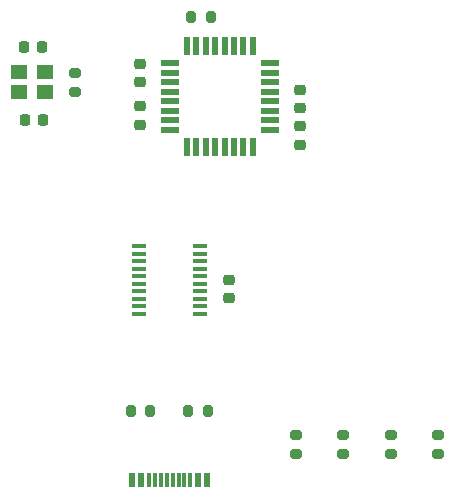
<source format=gbr>
%TF.GenerationSoftware,KiCad,Pcbnew,7.0.1*%
%TF.CreationDate,2023-07-17T15:28:08+02:00*%
%TF.ProjectId,Had_Konzole,4861645f-4b6f-46e7-9a6f-6c652e6b6963,rev?*%
%TF.SameCoordinates,Original*%
%TF.FileFunction,Paste,Top*%
%TF.FilePolarity,Positive*%
%FSLAX46Y46*%
G04 Gerber Fmt 4.6, Leading zero omitted, Abs format (unit mm)*
G04 Created by KiCad (PCBNEW 7.0.1) date 2023-07-17 15:28:08*
%MOMM*%
%LPD*%
G01*
G04 APERTURE LIST*
G04 Aperture macros list*
%AMRoundRect*
0 Rectangle with rounded corners*
0 $1 Rounding radius*
0 $2 $3 $4 $5 $6 $7 $8 $9 X,Y pos of 4 corners*
0 Add a 4 corners polygon primitive as box body*
4,1,4,$2,$3,$4,$5,$6,$7,$8,$9,$2,$3,0*
0 Add four circle primitives for the rounded corners*
1,1,$1+$1,$2,$3*
1,1,$1+$1,$4,$5*
1,1,$1+$1,$6,$7*
1,1,$1+$1,$8,$9*
0 Add four rect primitives between the rounded corners*
20,1,$1+$1,$2,$3,$4,$5,0*
20,1,$1+$1,$4,$5,$6,$7,0*
20,1,$1+$1,$6,$7,$8,$9,0*
20,1,$1+$1,$8,$9,$2,$3,0*%
G04 Aperture macros list end*
%ADD10RoundRect,0.225000X-0.225000X-0.250000X0.225000X-0.250000X0.225000X0.250000X-0.225000X0.250000X0*%
%ADD11RoundRect,0.225000X-0.250000X0.225000X-0.250000X-0.225000X0.250000X-0.225000X0.250000X0.225000X0*%
%ADD12RoundRect,0.200000X-0.200000X-0.275000X0.200000X-0.275000X0.200000X0.275000X-0.200000X0.275000X0*%
%ADD13RoundRect,0.225000X0.250000X-0.225000X0.250000X0.225000X-0.250000X0.225000X-0.250000X-0.225000X0*%
%ADD14R,1.600000X0.550000*%
%ADD15R,0.550000X1.600000*%
%ADD16RoundRect,0.200000X0.275000X-0.200000X0.275000X0.200000X-0.275000X0.200000X-0.275000X-0.200000X0*%
%ADD17R,1.400000X1.200000*%
%ADD18R,0.600000X1.150000*%
%ADD19R,0.300000X1.150000*%
%ADD20R,1.200000X0.400000*%
%ADD21RoundRect,0.200000X0.200000X0.275000X-0.200000X0.275000X-0.200000X-0.275000X0.200000X-0.275000X0*%
G04 APERTURE END LIST*
D10*
%TO.C,C6*%
X103225000Y-76200000D03*
X104775000Y-76200000D03*
%TD*%
D11*
%TO.C,C4*%
X126500000Y-76725000D03*
X126500000Y-78275000D03*
%TD*%
D12*
%TO.C,R2*%
X117325000Y-67500000D03*
X118975000Y-67500000D03*
%TD*%
D13*
%TO.C,C5*%
X113000000Y-72975000D03*
X113000000Y-71425000D03*
%TD*%
%TO.C,C3*%
X113000000Y-76575000D03*
X113000000Y-75025000D03*
%TD*%
D14*
%TO.C,U1*%
X115500000Y-71400000D03*
X115500000Y-72200000D03*
X115500000Y-73000000D03*
X115500000Y-73800000D03*
X115500000Y-74600000D03*
X115500000Y-75400000D03*
X115500000Y-76200000D03*
X115500000Y-77000000D03*
D15*
X116950000Y-78450000D03*
X117750000Y-78450000D03*
X118550000Y-78450000D03*
X119350000Y-78450000D03*
X120150000Y-78450000D03*
X120950000Y-78450000D03*
X121750000Y-78450000D03*
X122550000Y-78450000D03*
D14*
X124000000Y-77000000D03*
X124000000Y-76200000D03*
X124000000Y-75400000D03*
X124000000Y-74600000D03*
X124000000Y-73800000D03*
X124000000Y-73000000D03*
X124000000Y-72200000D03*
X124000000Y-71400000D03*
D15*
X122550000Y-69950000D03*
X121750000Y-69950000D03*
X120950000Y-69950000D03*
X120150000Y-69950000D03*
X119350000Y-69950000D03*
X118550000Y-69950000D03*
X117750000Y-69950000D03*
X116950000Y-69950000D03*
%TD*%
D16*
%TO.C,R5*%
X138200000Y-104500000D03*
X138200000Y-102850000D03*
%TD*%
%TO.C,R4*%
X134200000Y-104500000D03*
X134200000Y-102850000D03*
%TD*%
D17*
%TO.C,Y1*%
X102750000Y-73850000D03*
X104950000Y-73850000D03*
X104950000Y-72150000D03*
X102750000Y-72150000D03*
%TD*%
D16*
%TO.C,R6*%
X126200000Y-104500000D03*
X126200000Y-102850000D03*
%TD*%
D18*
%TO.C,J4*%
X113100000Y-106700000D03*
X117900000Y-106700000D03*
D19*
X116750000Y-106700000D03*
X113750000Y-106700000D03*
X115250000Y-106700000D03*
X116250000Y-106700000D03*
X115750000Y-106700000D03*
X114750000Y-106700000D03*
X114250000Y-106700000D03*
X117250000Y-106700000D03*
D18*
X112300000Y-106700000D03*
X118700000Y-106700000D03*
%TD*%
D16*
%TO.C,R3*%
X107500000Y-73825000D03*
X107500000Y-72175000D03*
%TD*%
D20*
%TO.C,U2*%
X112900000Y-86865000D03*
X112900000Y-87500000D03*
X112900000Y-88135000D03*
X112900000Y-88770000D03*
X112900000Y-89405000D03*
X112900000Y-90040000D03*
X112900000Y-90675000D03*
X112900000Y-91310000D03*
X112900000Y-91945000D03*
X112900000Y-92580000D03*
X118100000Y-92580000D03*
X118100000Y-91945000D03*
X118100000Y-91310000D03*
X118100000Y-90675000D03*
X118100000Y-90040000D03*
X118100000Y-89405000D03*
X118100000Y-88770000D03*
X118100000Y-88135000D03*
X118100000Y-87500000D03*
X118100000Y-86865000D03*
%TD*%
D13*
%TO.C,C10*%
X126500000Y-75175000D03*
X126500000Y-73625000D03*
%TD*%
D21*
%TO.C,R8*%
X113875000Y-100800000D03*
X112225000Y-100800000D03*
%TD*%
D12*
%TO.C,R9*%
X117075000Y-100850000D03*
X118725000Y-100850000D03*
%TD*%
D10*
%TO.C,C7*%
X103125000Y-70000000D03*
X104675000Y-70000000D03*
%TD*%
D13*
%TO.C,C8*%
X120500000Y-91275000D03*
X120500000Y-89725000D03*
%TD*%
D16*
%TO.C,R7*%
X130200000Y-104500000D03*
X130200000Y-102850000D03*
%TD*%
M02*

</source>
